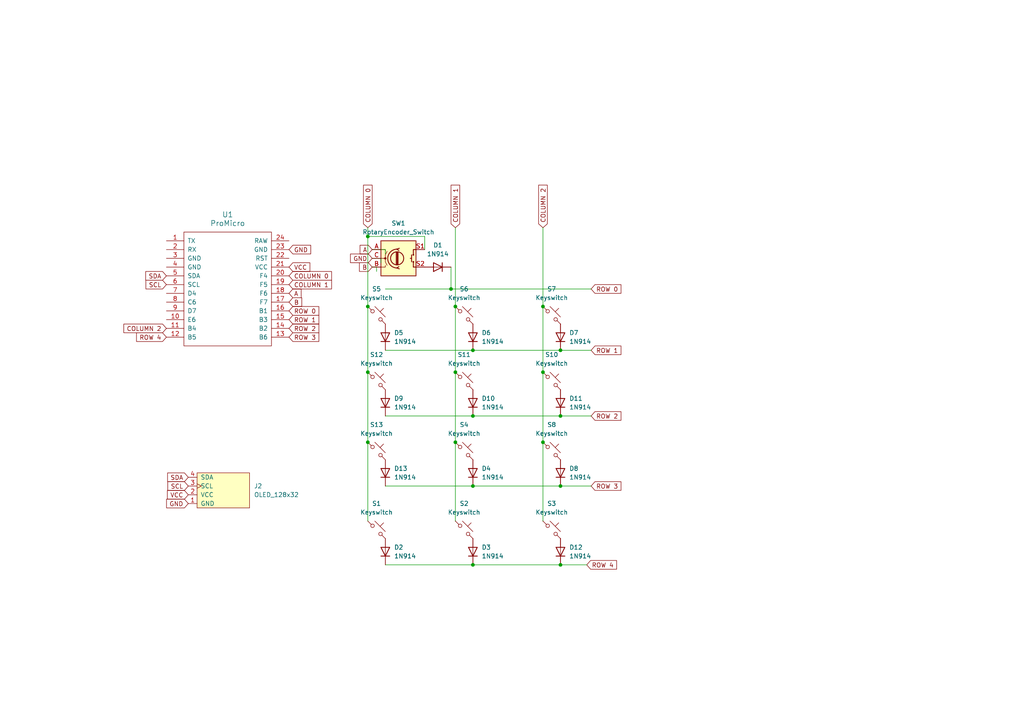
<source format=kicad_sch>
(kicad_sch (version 20250114) (generator "eeschema") (generator_version "9.0")
  (paper "A4")
  (lib_symbols
    (symbol "Device:RotaryEncoder_Switch" (pin_names (offset 0.254) (hide yes))
      (property "Reference" "SW" (at 0 6.604 0))
      (property "Value" "RotaryEncoder_Switch" (at 0 -6.604 0))
      (symbol "RotaryEncoder_Switch_0_1"
        (rectangle (start -5.08 5.08) (end 5.08 -5.08) (stroke (width 0.254)) (fill (type background)))
        (polyline (pts (xy -5.08 2.54) (xy -3.81 2.54) (xy -3.81 2.032)))
        (polyline (pts (xy -5.08 0) (xy -3.81 0) (xy -3.81 -1.016) (xy -3.302 -2.032)))
        (polyline (pts (xy -5.08 -2.54) (xy -3.81 -2.54) (xy -3.81 -2.032)))
        (polyline (pts (xy -4.318 0) (xy -3.81 0) (xy -3.81 1.016) (xy -3.302 2.032)))
        (circle (center -3.81 0) (radius 0.254) (fill (type outline)))
        (polyline (pts (xy -0.635 -1.778) (xy -0.635 1.778)) (stroke (width 0.254)))
        (circle (center -0.381 0) (radius 1.905) (stroke (width 0.254)))
        (polyline (pts (xy -0.381 -1.778) (xy -0.381 1.778)) (stroke (width 0.254)))
        (arc (start -0.381 -2.794) (mid -3.0988 -0.0635) (end -0.381 2.667) (stroke (width 0.254)))
        (polyline (pts (xy -0.127 1.778) (xy -0.127 -1.778)) (stroke (width 0.254)))
        (polyline (pts (xy 0.254 2.921) (xy -0.508 2.667) (xy 0.127 2.286)) (stroke (width 0.254)))
        (polyline (pts (xy 0.254 -3.048) (xy -0.508 -2.794) (xy 0.127 -2.413)) (stroke (width 0.254)))
        (polyline (pts (xy 3.81 1.016) (xy 3.81 -1.016)) (stroke (width 0.254)))
        (polyline (pts (xy 3.81 0) (xy 3.429 0)) (stroke (width 0.254)))
        (circle (center 4.318 1.016) (radius 0.127) (stroke (width 0.254)))
        (circle (center 4.318 -1.016) (radius 0.127) (stroke (width 0.254)))
        (polyline (pts (xy 5.08 2.54) (xy 4.318 2.54) (xy 4.318 1.016)) (stroke (width 0.254)))
        (polyline (pts (xy 5.08 -2.54) (xy 4.318 -2.54) (xy 4.318 -1.016)) (stroke (width 0.254)))
      )
      (symbol "RotaryEncoder_Switch_1_1"
        (pin passive line (at -7.62 2.54 0) (length 2.54) (name "A") (number "A"))
        (pin passive line (at -7.62 0 0) (length 2.54) (name "C") (number "C"))
        (pin passive line (at -7.62 -2.54 0) (length 2.54) (name "B") (number "B"))
        (pin passive line (at 7.62 2.54 180) (length 2.54) (name "S1") (number "S1"))
        (pin passive line (at 7.62 -2.54 180) (length 2.54) (name "S2") (number "S2"))
      )
    )
    (symbol "Diode:1N914" (pin_numbers (hide yes)) (pin_names (hide yes))
      (property "Reference" "D" (at 0 2.54 0))
      (property "Value" "1N914" (at 0 -2.54 0))
      (symbol "1N914_0_1"
        (polyline (pts (xy -1.27 1.27) (xy -1.27 -1.27)) (stroke (width 0.254)))
        (polyline (pts (xy 1.27 1.27) (xy 1.27 -1.27) (xy -1.27 0) (xy 1.27 1.27)) (stroke (width 0.254)))
        (polyline (pts (xy 1.27 0) (xy -1.27 0)))
      )
      (symbol "1N914_1_1"
        (pin passive line (at -3.81 0 0) (length 2.54) (name "K") (number "1"))
        (pin passive line (at 3.81 0 180) (length 2.54) (name "A") (number "2"))
      )
    )
    (symbol "ScottoKeebs:OLED_128x32" (pin_names (offset 1.016))
      (property "Reference" "J" (at 0 -6.35 0))
      (property "Value" "OLED_128x32" (at 0 6.35 0))
      (symbol "OLED_128x32_0_1"
        (rectangle (start 0 5.08) (end 15.24 -5.08) (fill (type background)))
      )
      (symbol "OLED_128x32_1_1"
        (pin bidirectional line (at -2.54 3.81 0) (length 2.54) (name "SDA") (number "4"))
        (pin input clock (at -2.54 1.27 0) (length 2.54) (name "SCL") (number "3"))
        (pin power_in line (at -2.54 -1.27 0) (length 2.54) (name "VCC") (number "2"))
        (pin power_in line (at -2.54 -3.81 0) (length 2.54) (name "GND") (number "1"))
      )
    )
    (symbol "ScottoKeebs:Placeholder_Keyswitch" (pin_numbers (hide yes)) (pin_names (offset 1.016) (hide yes))
      (property "Reference" "S" (at 3.048 1.016 0))
      (property "Value" "Keyswitch" (at 0 -3.81 0))
      (symbol "Placeholder_Keyswitch_0_1"
        (polyline (pts (xy -2.54 2.54) (xy -1.524 1.524) (xy -1.524 1.524)))
        (circle (center -1.1684 1.1684) (radius 0.508))
        (polyline (pts (xy -0.508 2.54) (xy 2.54 -0.508)))
        (polyline (pts (xy 1.016 1.016) (xy 2.032 2.032)))
        (circle (center 1.143 -1.1938) (radius 0.508))
        (polyline (pts (xy 1.524 -1.524) (xy 2.54 -2.54) (xy 2.54 -2.54) (xy 2.54 -2.54)))
        (pin passive line (at -2.54 2.54 0) (length 0) (name "1") (number "1"))
        (pin passive line (at 2.54 -2.54 180) (length 0) (name "2") (number "2"))
      )
    )
    (symbol "promicro:ProMicro" (pin_names (offset 1.016))
      (property "Reference" "U" (at 0 24.13 0))
      (property "Value" "ProMicro" (at 0 -13.97 0))
      (symbol "ProMicro_0_1"
        (rectangle (start -12.7 21.59) (end 12.7 -11.43))
      )
      (symbol "ProMicro_1_1"
        (pin bidirectional line (at -17.78 19.05 0) (length 5.08) (name "TX") (number "1"))
        (pin bidirectional line (at -17.78 16.51 0) (length 5.08) (name "RX") (number "2"))
        (pin power_in line (at -17.78 13.97 0) (length 5.08) (name "GND") (number "3"))
        (pin power_in line (at -17.78 11.43 0) (length 5.08) (name "GND") (number "4"))
        (pin bidirectional line (at -17.78 8.89 0) (length 5.08) (name "SDA") (number "5"))
        (pin bidirectional line (at -17.78 6.35 0) (length 5.08) (name "SCL") (number "6"))
        (pin bidirectional line (at -17.78 3.81 0) (length 5.08) (name "D4") (number "7"))
        (pin bidirectional line (at -17.78 1.27 0) (length 5.08) (name "C6") (number "8"))
        (pin bidirectional line (at -17.78 -1.27 0) (length 5.08) (name "D7") (number "9"))
        (pin bidirectional line (at -17.78 -3.81 0) (length 5.08) (name "E6") (number "10"))
        (pin bidirectional line (at -17.78 -6.35 0) (length 5.08) (name "B4") (number "11"))
        (pin bidirectional line (at -17.78 -8.89 0) (length 5.08) (name "B5") (number "12"))
        (pin power_out line (at 17.78 19.05 180) (length 5.08) (name "RAW") (number "24"))
        (pin power_in line (at 17.78 16.51 180) (length 5.08) (name "GND") (number "23"))
        (pin input line (at 17.78 13.97 180) (length 5.08) (name "RST") (number "22"))
        (pin power_in line (at 17.78 11.43 180) (length 5.08) (name "VCC") (number "21"))
        (pin bidirectional line (at 17.78 8.89 180) (length 5.08) (name "F4") (number "20"))
        (pin bidirectional line (at 17.78 6.35 180) (length 5.08) (name "F5") (number "19"))
        (pin bidirectional line (at 17.78 3.81 180) (length 5.08) (name "F6") (number "18"))
        (pin bidirectional line (at 17.78 1.27 180) (length 5.08) (name "F7") (number "17"))
        (pin bidirectional line (at 17.78 -1.27 180) (length 5.08) (name "B1") (number "16"))
        (pin bidirectional line (at 17.78 -3.81 180) (length 5.08) (name "B3") (number "15"))
        (pin bidirectional line (at 17.78 -6.35 180) (length 5.08) (name "B2") (number "14"))
        (pin bidirectional line (at 17.78 -8.89 180) (length 5.08) (name "B6") (number "13"))
      )
    )
  )
  (junction (at 106.68 68.58))
  (junction (at 137.16 120.65))
  (junction (at 132.08 128.27))
  (junction (at 137.16 163.83))
  (junction (at 157.48 107.95))
  (junction (at 132.08 88.9))
  (junction (at 157.48 88.9))
  (junction (at 162.56 101.6))
  (junction (at 162.56 140.97))
  (junction (at 132.08 107.95))
  (junction (at 130.81 83.82))
  (junction (at 106.68 107.95))
  (junction (at 106.68 88.9))
  (junction (at 106.68 128.27))
  (junction (at 162.56 120.65))
  (junction (at 162.56 163.83))
  (junction (at 137.16 140.97))
  (junction (at 157.48 128.27))
  (junction (at 137.16 101.6))
  (wire (pts (xy 137.16 140.97) (xy 162.56 140.97)))
  (wire (pts (xy 110.49 74.93) (xy 110.49 76.2)))
  (wire (pts (xy 171.45 120.65) (xy 162.56 120.65)))
  (wire (pts (xy 157.48 107.95) (xy 157.48 128.27)))
  (wire (pts (xy 157.48 88.9) (xy 157.48 107.95)))
  (wire (pts (xy 109.22 77.47) (xy 109.22 78.74)))
  (wire (pts (xy 157.48 128.27) (xy 157.48 151.13)))
  (wire (pts (xy 162.56 140.97) (xy 171.45 140.97)))
  (wire (pts (xy 111.76 140.97) (xy 137.16 140.97)))
  (wire (pts (xy 111.76 83.82) (xy 130.81 83.82)))
  (wire (pts (xy 162.56 163.83) (xy 170.18 163.83)))
  (wire (pts (xy 106.68 66.04) (xy 106.68 68.58)))
  (wire (pts (xy 137.16 163.83) (xy 162.56 163.83)))
  (wire (pts (xy 106.68 128.27) (xy 106.68 151.13)))
  (wire (pts (xy 106.68 88.9) (xy 106.68 107.95)))
  (wire (pts (xy 123.19 68.58) (xy 106.68 68.58)))
  (wire (pts (xy 132.08 66.04) (xy 132.08 88.9)))
  (wire (pts (xy 130.81 83.82) (xy 171.45 83.82)))
  (wire (pts (xy 107.95 77.47) (xy 109.22 77.47)))
  (wire (pts (xy 107.95 74.93) (xy 110.49 74.93)))
  (wire (pts (xy 111.76 163.83) (xy 137.16 163.83)))
  (wire (pts (xy 111.76 120.65) (xy 137.16 120.65)))
  (wire (pts (xy 106.68 107.95) (xy 106.68 128.27)))
  (wire (pts (xy 111.76 72.39) (xy 111.76 73.66)))
  (wire (pts (xy 130.81 77.47) (xy 130.81 83.82)))
  (wire (pts (xy 106.68 68.58) (xy 106.68 88.9)))
  (wire (pts (xy 162.56 101.6) (xy 171.45 101.6)))
  (wire (pts (xy 132.08 128.27) (xy 132.08 151.13)))
  (wire (pts (xy 123.19 72.39) (xy 123.19 68.58)))
  (wire (pts (xy 137.16 101.6) (xy 162.56 101.6)))
  (wire (pts (xy 111.76 101.6) (xy 137.16 101.6)))
  (wire (pts (xy 107.95 72.39) (xy 111.76 72.39)))
  (wire (pts (xy 132.08 107.95) (xy 132.08 128.27)))
  (wire (pts (xy 157.48 66.04) (xy 157.48 88.9)))
  (wire (pts (xy 137.16 120.65) (xy 162.56 120.65)))
  (wire (pts (xy 132.08 88.9) (xy 132.08 107.95)))
  (global_label "ROW 3" (shape input) (at 171.45 140.97 0) (property "Intersheetrefs" "${INTERSHEET_REFS}" (effects (hide yes))))
  (global_label "SCL" (shape input) (at 48.26 82.55 180) (property "Intersheetrefs" "${INTERSHEET_REFS}" (effects (hide yes))))
  (global_label "VCC" (shape input) (at 54.61 143.51 180) (property "Intersheetrefs" "${INTERSHEET_REFS}" (effects (hide yes))))
  (global_label "B" (shape input) (at 83.82 87.63 0) (property "Intersheetrefs" "${INTERSHEET_REFS}" (effects (hide yes))))
  (global_label "COLUMN 0" (shape input) (at 83.82 80.01 0) (property "Intersheetrefs" "${INTERSHEET_REFS}" (effects (hide yes))))
  (global_label "ROW 1" (shape input) (at 171.45 101.6 0) (property "Intersheetrefs" "${INTERSHEET_REFS}" (effects (hide yes))))
  (global_label "ROW 4" (shape input) (at 170.18 163.83 0) (property "Intersheetrefs" "${INTERSHEET_REFS}" (effects (hide yes))))
  (global_label "COLUMN 1" (shape input) (at 83.82 82.55 0) (property "Intersheetrefs" "${INTERSHEET_REFS}" (effects (hide yes))))
  (global_label "GND" (shape input) (at 107.95 74.93 180) (property "Intersheetrefs" "${INTERSHEET_REFS}" (effects (hide yes))))
  (global_label "ROW 2" (shape input) (at 171.45 120.65 0) (property "Intersheetrefs" "${INTERSHEET_REFS}" (effects (hide yes))))
  (global_label "COLUMN 0" (shape input) (at 106.68 66.04 90) (property "Intersheetrefs" "${INTERSHEET_REFS}" (effects (hide yes))))
  (global_label "GND" (shape input) (at 83.82 72.39 0) (property "Intersheetrefs" "${INTERSHEET_REFS}" (effects (hide yes))))
  (global_label "ROW 3" (shape input) (at 83.82 97.79 0) (property "Intersheetrefs" "${INTERSHEET_REFS}" (effects (hide yes))))
  (global_label "SCL" (shape input) (at 54.61 140.97 180) (property "Intersheetrefs" "${INTERSHEET_REFS}" (effects (hide yes))))
  (global_label "COLUMN 2" (shape input) (at 157.48 66.04 90) (property "Intersheetrefs" "${INTERSHEET_REFS}" (effects (hide yes))))
  (global_label "ROW 0" (shape input) (at 83.82 90.17 0) (property "Intersheetrefs" "${INTERSHEET_REFS}" (effects (hide yes))))
  (global_label "SDA" (shape input) (at 48.26 80.01 180) (property "Intersheetrefs" "${INTERSHEET_REFS}" (effects (hide yes))))
  (global_label "ROW 1" (shape input) (at 83.82 92.71 0) (property "Intersheetrefs" "${INTERSHEET_REFS}" (effects (hide yes))))
  (global_label "COLUMN 2" (shape input) (at 48.26 95.25 180) (property "Intersheetrefs" "${INTERSHEET_REFS}" (effects (hide yes))))
  (global_label "SDA" (shape input) (at 54.61 138.43 180) (property "Intersheetrefs" "${INTERSHEET_REFS}" (effects (hide yes))))
  (global_label "A" (shape input) (at 107.95 72.39 180) (property "Intersheetrefs" "${INTERSHEET_REFS}" (effects (hide yes))))
  (global_label "ROW 0" (shape input) (at 171.45 83.82 0) (property "Intersheetrefs" "${INTERSHEET_REFS}" (effects (hide yes))))
  (global_label "B" (shape input) (at 107.95 77.47 180) (property "Intersheetrefs" "${INTERSHEET_REFS}" (effects (hide yes))))
  (global_label "GND" (shape input) (at 54.61 146.05 180) (property "Intersheetrefs" "${INTERSHEET_REFS}" (effects (hide yes))))
  (global_label "VCC" (shape input) (at 83.82 77.47 0) (property "Intersheetrefs" "${INTERSHEET_REFS}" (effects (hide yes))))
  (global_label "COLUMN 1" (shape input) (at 132.08 66.04 90) (property "Intersheetrefs" "${INTERSHEET_REFS}" (effects (hide yes))))
  (global_label "ROW 2" (shape input) (at 83.82 95.25 0) (property "Intersheetrefs" "${INTERSHEET_REFS}" (effects (hide yes))))
  (global_label "ROW 4" (shape input) (at 48.26 97.79 180) (property "Intersheetrefs" "${INTERSHEET_REFS}" (effects (hide yes))))
  (global_label "A" (shape input) (at 83.82 85.09 0) (property "Intersheetrefs" "${INTERSHEET_REFS}" (effects (hide yes))))
  (symbol (lib_id "ScottoKeebs:OLED_128x32") (at 57.15 142.24 0) (unit 1)
    (property "Reference" "J2" (at 73.66 140.9699 0) (effects (justify left)))
    (property "Value" "OLED_128x32" (at 73.66 143.5099 0) (effects (justify left)))
    (property "Footprint" "ScottoKeebs_Components:OLED_128x32" (effects (hide yes)))
  )
  (symbol (lib_id "ScottoKeebs:Placeholder_Keyswitch") (at 160.02 110.49 0) (unit 1)
    (property "Reference" "S10" (at 160.02 102.87 0))
    (property "Value" "Keyswitch" (at 160.02 105.41 0))
    (property "Footprint" "PCM_Switch_Keyboard_Cherry_MX:SW_Cherry_MX_PCB_1.00u" (effects (hide yes)))
    (property "Description" "Push button switch, normally open, two pins, 45° tilted" (effects (hide yes)))
  )
  (symbol (lib_id "Diode:1N914") (at 137.16 116.84 90) (unit 1)
    (property "Reference" "D10" (at 139.7 115.5699 90) (effects (justify right)))
    (property "Value" "1N914" (at 139.7 118.1099 90) (effects (justify right)))
    (property "Footprint" "Diode_THT:D_DO-35_SOD27_P7.62mm_Horizontal" (effects (hide yes)))
    (property "Datasheet" "http://www.vishay.com/docs/85622/1n914.pdf" (effects (hide yes)))
    (property "Description" "100V 0.3A Small Signal Fast Switching Diode, DO-35" (effects (hide yes)))
    (property "Sim.Device" "D" (effects (hide yes)))
    (property "Sim.Pins" "1=K 2=A" (effects (hide yes)))
  )
  (symbol (lib_id "ScottoKeebs:Placeholder_Keyswitch") (at 160.02 91.44 0) (unit 1)
    (property "Reference" "S7" (at 160.02 83.82 0))
    (property "Value" "Keyswitch" (at 160.02 86.36 0))
    (property "Footprint" "PCM_Switch_Keyboard_Cherry_MX:SW_Cherry_MX_PCB_1.00u" (effects (hide yes)))
    (property "Description" "Push button switch, normally open, two pins, 45° tilted" (effects (hide yes)))
  )
  (symbol (lib_id "ScottoKeebs:Placeholder_Keyswitch") (at 109.22 91.44 0) (unit 1)
    (property "Reference" "S5" (at 109.22 83.82 0))
    (property "Value" "Keyswitch" (at 109.22 86.36 0))
    (property "Footprint" "PCM_Switch_Keyboard_Cherry_MX:SW_Cherry_MX_PCB_1.00u" (effects (hide yes)))
    (property "Description" "Push button switch, normally open, two pins, 45° tilted" (effects (hide yes)))
  )
  (symbol (lib_id "Diode:1N914") (at 137.16 137.16 90) (unit 1)
    (property "Reference" "D4" (at 139.7 135.8899 90) (effects (justify right)))
    (property "Value" "1N914" (at 139.7 138.4299 90) (effects (justify right)))
    (property "Footprint" "Diode_THT:D_DO-35_SOD27_P7.62mm_Horizontal" (effects (hide yes)))
    (property "Datasheet" "http://www.vishay.com/docs/85622/1n914.pdf" (effects (hide yes)))
    (property "Description" "100V 0.3A Small Signal Fast Switching Diode, DO-35" (effects (hide yes)))
    (property "Sim.Device" "D" (effects (hide yes)))
    (property "Sim.Pins" "1=K 2=A" (effects (hide yes)))
  )
  (symbol (lib_id "ScottoKeebs:Placeholder_Keyswitch") (at 109.22 153.67 0) (unit 1)
    (property "Reference" "S1" (at 109.22 146.05 0))
    (property "Value" "Keyswitch" (at 109.22 148.59 0))
    (property "Footprint" "PCM_Switch_Keyboard_Cherry_MX:SW_Cherry_MX_PCB_1.00u" (effects (hide yes)))
    (property "Description" "Push button switch, normally open, two pins, 45° tilted" (effects (hide yes)))
  )
  (symbol (lib_id "Diode:1N914") (at 127 77.47 180) (unit 1)
    (property "Reference" "D1" (at 127 71.12 0))
    (property "Value" "1N914" (at 127 73.66 0))
    (property "Footprint" "Diode_THT:D_DO-35_SOD27_P7.62mm_Horizontal" (effects (hide yes)))
    (property "Datasheet" "http://www.vishay.com/docs/85622/1n914.pdf" (effects (hide yes)))
    (property "Description" "100V 0.3A Small Signal Fast Switching Diode, DO-35" (effects (hide yes)))
    (property "Sim.Device" "D" (effects (hide yes)))
    (property "Sim.Pins" "1=K 2=A" (effects (hide yes)))
  )
  (symbol (lib_id "ScottoKeebs:Placeholder_Keyswitch") (at 160.02 130.81 0) (unit 1)
    (property "Reference" "S8" (at 160.02 123.19 0))
    (property "Value" "Keyswitch" (at 160.02 125.73 0))
    (property "Footprint" "PCM_Switch_Keyboard_Cherry_MX:SW_Cherry_MX_PCB_1.00u" (effects (hide yes)))
    (property "Description" "Push button switch, normally open, two pins, 45° tilted" (effects (hide yes)))
  )
  (symbol (lib_id "Diode:1N914") (at 111.76 116.84 90) (unit 1)
    (property "Reference" "D9" (at 114.3 115.5699 90) (effects (justify right)))
    (property "Value" "1N914" (at 114.3 118.1099 90) (effects (justify right)))
    (property "Footprint" "Diode_THT:D_DO-35_SOD27_P7.62mm_Horizontal" (effects (hide yes)))
    (property "Datasheet" "http://www.vishay.com/docs/85622/1n914.pdf" (effects (hide yes)))
    (property "Description" "100V 0.3A Small Signal Fast Switching Diode, DO-35" (effects (hide yes)))
    (property "Sim.Device" "D" (effects (hide yes)))
    (property "Sim.Pins" "1=K 2=A" (effects (hide yes)))
  )
  (symbol (lib_id "Diode:1N914") (at 137.16 160.02 90) (unit 1)
    (property "Reference" "D3" (at 139.7 158.7499 90) (effects (justify right)))
    (property "Value" "1N914" (at 139.7 161.2899 90) (effects (justify right)))
    (property "Footprint" "Diode_THT:D_DO-35_SOD27_P7.62mm_Horizontal" (effects (hide yes)))
    (property "Datasheet" "http://www.vishay.com/docs/85622/1n914.pdf" (effects (hide yes)))
    (property "Description" "100V 0.3A Small Signal Fast Switching Diode, DO-35" (effects (hide yes)))
    (property "Sim.Device" "D" (effects (hide yes)))
    (property "Sim.Pins" "1=K 2=A" (effects (hide yes)))
  )
  (symbol (lib_id "ScottoKeebs:Placeholder_Keyswitch") (at 134.62 110.49 0) (unit 1)
    (property "Reference" "S11" (at 134.62 102.87 0))
    (property "Value" "Keyswitch" (at 134.62 105.41 0))
    (property "Footprint" "PCM_Switch_Keyboard_Cherry_MX:SW_Cherry_MX_PCB_1.00u" (effects (hide yes)))
    (property "Description" "Push button switch, normally open, two pins, 45° tilted" (effects (hide yes)))
  )
  (symbol (lib_id "Diode:1N914") (at 162.56 160.02 90) (unit 1)
    (property "Reference" "D12" (at 165.1 158.7499 90) (effects (justify right)))
    (property "Value" "1N914" (at 165.1 161.2899 90) (effects (justify right)))
    (property "Footprint" "Diode_THT:D_DO-35_SOD27_P7.62mm_Horizontal" (effects (hide yes)))
    (property "Datasheet" "http://www.vishay.com/docs/85622/1n914.pdf" (effects (hide yes)))
    (property "Description" "100V 0.3A Small Signal Fast Switching Diode, DO-35" (effects (hide yes)))
    (property "Sim.Device" "D" (effects (hide yes)))
    (property "Sim.Pins" "1=K 2=A" (effects (hide yes)))
  )
  (symbol (lib_id "ScottoKeebs:Placeholder_Keyswitch") (at 134.62 153.67 0) (unit 1)
    (property "Reference" "S2" (at 134.62 146.05 0))
    (property "Value" "Keyswitch" (at 134.62 148.59 0))
    (property "Footprint" "PCM_Switch_Keyboard_Cherry_MX:SW_Cherry_MX_PCB_1.00u" (effects (hide yes)))
    (property "Description" "Push button switch, normally open, two pins, 45° tilted" (effects (hide yes)))
  )
  (symbol (lib_id "promicro:ProMicro") (at 66.04 88.9 0) (unit 1)
    (property "Reference" "U1" (at 66.04 62.23 0) (effects (font (size 1.524 1.524))))
    (property "Value" "ProMicro" (at 66.04 64.77 0) (effects (font (size 1.524 1.524))))
    (property "Footprint" "promicro:ProMicro-EnforcedTop" (effects (hide yes)))
  )
  (symbol (lib_id "ScottoKeebs:Placeholder_Keyswitch") (at 160.02 153.67 0) (unit 1)
    (property "Reference" "S3" (at 160.02 146.05 0))
    (property "Value" "Keyswitch" (at 160.02 148.59 0))
    (property "Footprint" "PCM_Switch_Keyboard_Cherry_MX:SW_Cherry_MX_PCB_1.00u" (effects (hide yes)))
    (property "Description" "Push button switch, normally open, two pins, 45° tilted" (effects (hide yes)))
  )
  (symbol (lib_id "Diode:1N914") (at 162.56 97.79 90) (unit 1)
    (property "Reference" "D7" (at 165.1 96.5199 90) (effects (justify right)))
    (property "Value" "1N914" (at 165.1 99.0599 90) (effects (justify right)))
    (property "Footprint" "Diode_THT:D_DO-35_SOD27_P7.62mm_Horizontal" (effects (hide yes)))
    (property "Datasheet" "http://www.vishay.com/docs/85622/1n914.pdf" (effects (hide yes)))
    (property "Description" "100V 0.3A Small Signal Fast Switching Diode, DO-35" (effects (hide yes)))
    (property "Sim.Device" "D" (effects (hide yes)))
    (property "Sim.Pins" "1=K 2=A" (effects (hide yes)))
  )
  (symbol (lib_id "Diode:1N914") (at 162.56 116.84 90) (unit 1)
    (property "Reference" "D11" (at 165.1 115.5699 90) (effects (justify right)))
    (property "Value" "1N914" (at 165.1 118.1099 90) (effects (justify right)))
    (property "Footprint" "Diode_THT:D_DO-35_SOD27_P7.62mm_Horizontal" (effects (hide yes)))
    (property "Datasheet" "http://www.vishay.com/docs/85622/1n914.pdf" (effects (hide yes)))
    (property "Description" "100V 0.3A Small Signal Fast Switching Diode, DO-35" (effects (hide yes)))
    (property "Sim.Device" "D" (effects (hide yes)))
    (property "Sim.Pins" "1=K 2=A" (effects (hide yes)))
  )
  (symbol (lib_id "ScottoKeebs:Placeholder_Keyswitch") (at 109.22 110.49 0) (unit 1)
    (property "Reference" "S12" (at 109.22 102.87 0))
    (property "Value" "Keyswitch" (at 109.22 105.41 0))
    (property "Footprint" "PCM_Switch_Keyboard_Cherry_MX:SW_Cherry_MX_PCB_1.00u" (effects (hide yes)))
    (property "Description" "Push button switch, normally open, two pins, 45° tilted" (effects (hide yes)))
  )
  (symbol (lib_id "Diode:1N914") (at 137.16 97.79 90) (unit 1)
    (property "Reference" "D6" (at 139.7 96.5199 90) (effects (justify right)))
    (property "Value" "1N914" (at 139.7 99.0599 90) (effects (justify right)))
    (property "Footprint" "Diode_THT:D_DO-35_SOD27_P7.62mm_Horizontal" (effects (hide yes)))
    (property "Datasheet" "http://www.vishay.com/docs/85622/1n914.pdf" (effects (hide yes)))
    (property "Description" "100V 0.3A Small Signal Fast Switching Diode, DO-35" (effects (hide yes)))
    (property "Sim.Device" "D" (effects (hide yes)))
    (property "Sim.Pins" "1=K 2=A" (effects (hide yes)))
  )
  (symbol (lib_id "Device:RotaryEncoder_Switch") (at 115.57 74.93 0) (unit 1)
    (property "Reference" "SW1" (at 115.57 64.77 0))
    (property "Value" "RotaryEncoder_Switch" (at 115.57 67.31 0))
    (property "Footprint" "Rotary_Encoder:RotaryEncoder_Alps_EC11E-Switch_Vertical_H20mm" (effects (hide yes)))
    (property "Description" "Rotary encoder, dual channel, incremental quadrate outputs, with switch" (effects (hide yes)))
  )
  (symbol (lib_id "ScottoKeebs:Placeholder_Keyswitch") (at 134.62 91.44 0) (unit 1)
    (property "Reference" "S6" (at 134.62 83.82 0))
    (property "Value" "Keyswitch" (at 134.62 86.36 0))
    (property "Footprint" "PCM_Switch_Keyboard_Cherry_MX:SW_Cherry_MX_PCB_1.00u" (effects (hide yes)))
    (property "Description" "Push button switch, normally open, two pins, 45° tilted" (effects (hide yes)))
  )
  (symbol (lib_id "Diode:1N914") (at 111.76 137.16 90) (unit 1)
    (property "Reference" "D13" (at 114.3 135.8899 90) (effects (justify right)))
    (property "Value" "1N914" (at 114.3 138.4299 90) (effects (justify right)))
    (property "Footprint" "Diode_THT:D_DO-35_SOD27_P7.62mm_Horizontal" (effects (hide yes)))
    (property "Datasheet" "http://www.vishay.com/docs/85622/1n914.pdf" (effects (hide yes)))
    (property "Description" "100V 0.3A Small Signal Fast Switching Diode, DO-35" (effects (hide yes)))
    (property "Sim.Device" "D" (effects (hide yes)))
    (property "Sim.Pins" "1=K 2=A" (effects (hide yes)))
  )
  (symbol (lib_id "ScottoKeebs:Placeholder_Keyswitch") (at 109.22 130.81 0) (unit 1)
    (property "Reference" "S13" (at 109.22 123.19 0))
    (property "Value" "Keyswitch" (at 109.22 125.73 0))
    (property "Footprint" "PCM_Switch_Keyboard_Cherry_MX:SW_Cherry_MX_PCB_1.00u" (effects (hide yes)))
    (property "Description" "Push button switch, normally open, two pins, 45° tilted" (effects (hide yes)))
  )
  (symbol (lib_id "Diode:1N914") (at 111.76 160.02 90) (unit 1)
    (property "Reference" "D2" (at 114.3 158.7499 90) (effects (justify right)))
    (property "Value" "1N914" (at 114.3 161.2899 90) (effects (justify right)))
    (property "Footprint" "Diode_THT:D_DO-35_SOD27_P7.62mm_Horizontal" (effects (hide yes)))
    (property "Datasheet" "http://www.vishay.com/docs/85622/1n914.pdf" (effects (hide yes)))
    (property "Description" "100V 0.3A Small Signal Fast Switching Diode, DO-35" (effects (hide yes)))
    (property "Sim.Device" "D" (effects (hide yes)))
    (property "Sim.Pins" "1=K 2=A" (effects (hide yes)))
  )
  (symbol (lib_id "Diode:1N914") (at 162.56 137.16 90) (unit 1)
    (property "Reference" "D8" (at 165.1 135.8899 90) (effects (justify right)))
    (property "Value" "1N914" (at 165.1 138.4299 90) (effects (justify right)))
    (property "Footprint" "Diode_THT:D_DO-35_SOD27_P7.62mm_Horizontal" (effects (hide yes)))
    (property "Datasheet" "http://www.vishay.com/docs/85622/1n914.pdf" (effects (hide yes)))
    (property "Description" "100V 0.3A Small Signal Fast Switching Diode, DO-35" (effects (hide yes)))
    (property "Sim.Device" "D" (effects (hide yes)))
    (property "Sim.Pins" "1=K 2=A" (effects (hide yes)))
  )
  (symbol (lib_id "Diode:1N914") (at 111.76 97.79 90) (unit 1)
    (property "Reference" "D5" (at 114.3 96.5199 90) (effects (justify right)))
    (property "Value" "1N914" (at 114.3 99.0599 90) (effects (justify right)))
    (property "Footprint" "Diode_THT:D_DO-35_SOD27_P7.62mm_Horizontal" (effects (hide yes)))
    (property "Datasheet" "http://www.vishay.com/docs/85622/1n914.pdf" (effects (hide yes)))
    (property "Description" "100V 0.3A Small Signal Fast Switching Diode, DO-35" (effects (hide yes)))
    (property "Sim.Device" "D" (effects (hide yes)))
    (property "Sim.Pins" "1=K 2=A" (effects (hide yes)))
  )
  (symbol (lib_id "ScottoKeebs:Placeholder_Keyswitch") (at 134.62 130.81 0) (unit 1)
    (property "Reference" "S4" (at 134.62 123.19 0))
    (property "Value" "Keyswitch" (at 134.62 125.73 0))
    (property "Footprint" "PCM_Switch_Keyboard_Cherry_MX:SW_Cherry_MX_PCB_1.00u" (effects (hide yes)))
    (property "Description" "Push button switch, normally open, two pins, 45° tilted" (effects (hide yes)))
  )
)
</source>
